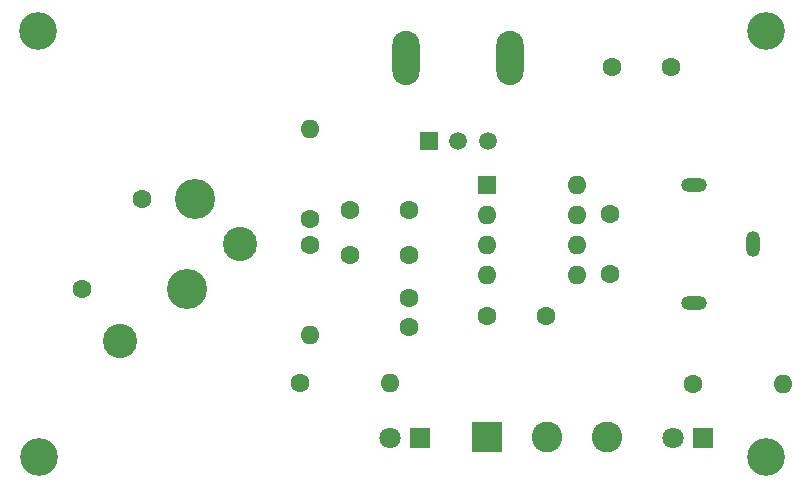
<source format=gbs>
%TF.GenerationSoftware,KiCad,Pcbnew,(6.0.7-1)-1*%
%TF.CreationDate,2022-08-15T15:43:10-06:00*%
%TF.ProjectId,mic_preamp,6d69635f-7072-4656-916d-702e6b696361,1*%
%TF.SameCoordinates,Original*%
%TF.FileFunction,Soldermask,Bot*%
%TF.FilePolarity,Negative*%
%FSLAX46Y46*%
G04 Gerber Fmt 4.6, Leading zero omitted, Abs format (unit mm)*
G04 Created by KiCad (PCBNEW (6.0.7-1)-1) date 2022-08-15 15:43:10*
%MOMM*%
%LPD*%
G01*
G04 APERTURE LIST*
%ADD10C,3.200000*%
%ADD11C,1.600000*%
%ADD12O,1.600000X1.600000*%
%ADD13O,2.300000X4.600000*%
%ADD14R,1.508000X1.508000*%
%ADD15C,1.508000*%
%ADD16O,2.200000X1.200000*%
%ADD17O,1.200000X2.200000*%
%ADD18C,3.400000*%
%ADD19C,2.900000*%
%ADD20R,2.600000X2.600000*%
%ADD21C,2.600000*%
%ADD22R,1.800000X1.800000*%
%ADD23C,1.800000*%
%ADD24R,1.600000X1.600000*%
G04 APERTURE END LIST*
D10*
X109425000Y-80425000D03*
D11*
X131625000Y-110250000D03*
D12*
X139245000Y-110250000D03*
D13*
X140600000Y-82750000D03*
X149400000Y-82750000D03*
D14*
X142500000Y-89750000D03*
D15*
X145000000Y-89750000D03*
X147500000Y-89750000D03*
D16*
X164950000Y-103500000D03*
D17*
X169950000Y-98500000D03*
D16*
X164950000Y-93500000D03*
D11*
X118240000Y-94690000D03*
X113160000Y-102310000D03*
D18*
X122050000Y-102310000D03*
X122685000Y-94690000D03*
D19*
X126500000Y-98500000D03*
X116330000Y-106750000D03*
D10*
X171025000Y-80425000D03*
D11*
X158000000Y-83500000D03*
X163000000Y-83500000D03*
D20*
X147400000Y-114805000D03*
D21*
X152480000Y-114805000D03*
X157560000Y-114805000D03*
D11*
X135800000Y-95600000D03*
X140800000Y-95600000D03*
X132416000Y-98590000D03*
D12*
X132416000Y-106210000D03*
D11*
X147400000Y-104600000D03*
X152400000Y-104600000D03*
X164875000Y-110375000D03*
D12*
X172495000Y-110375000D03*
D22*
X165750000Y-114950000D03*
D23*
X163210000Y-114950000D03*
D11*
X132416000Y-96410000D03*
D12*
X132416000Y-88790000D03*
D11*
X140800000Y-99400000D03*
X135800000Y-99400000D03*
D22*
X141775000Y-114950000D03*
D23*
X139235000Y-114950000D03*
D10*
X109450000Y-116550000D03*
D11*
X157800000Y-96000000D03*
X157800000Y-101000000D03*
D10*
X171025000Y-116575000D03*
D11*
X140800000Y-105550000D03*
X140800000Y-103050000D03*
D24*
X147400000Y-93520000D03*
D12*
X147400000Y-96060000D03*
X147400000Y-98600000D03*
X147400000Y-101140000D03*
X155020000Y-101140000D03*
X155020000Y-98600000D03*
X155020000Y-96060000D03*
X155020000Y-93520000D03*
M02*

</source>
